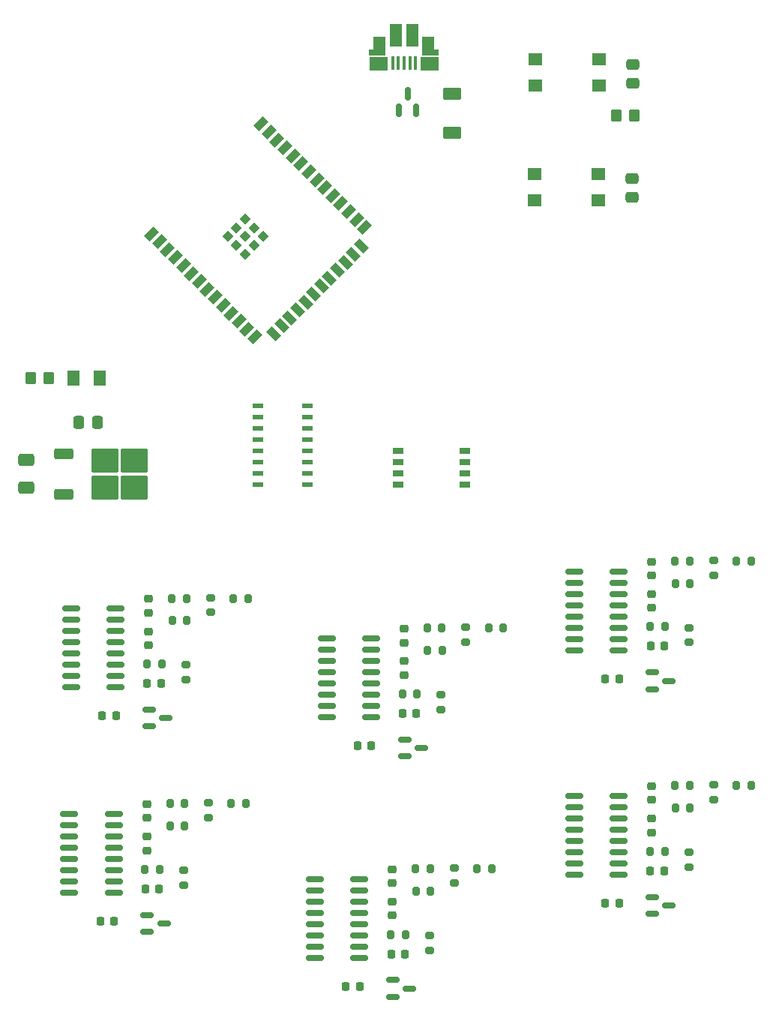
<source format=gbr>
%TF.GenerationSoftware,KiCad,Pcbnew,7.0.7*%
%TF.CreationDate,2024-02-25T10:58:23-08:00*%
%TF.ProjectId,Core-board 2,436f7265-2d62-46f6-9172-6420322e6b69,rev?*%
%TF.SameCoordinates,Original*%
%TF.FileFunction,Paste,Top*%
%TF.FilePolarity,Positive*%
%FSLAX46Y46*%
G04 Gerber Fmt 4.6, Leading zero omitted, Abs format (unit mm)*
G04 Created by KiCad (PCBNEW 7.0.7) date 2024-02-25 10:58:23*
%MOMM*%
%LPD*%
G01*
G04 APERTURE LIST*
G04 Aperture macros list*
%AMRoundRect*
0 Rectangle with rounded corners*
0 $1 Rounding radius*
0 $2 $3 $4 $5 $6 $7 $8 $9 X,Y pos of 4 corners*
0 Add a 4 corners polygon primitive as box body*
4,1,4,$2,$3,$4,$5,$6,$7,$8,$9,$2,$3,0*
0 Add four circle primitives for the rounded corners*
1,1,$1+$1,$2,$3*
1,1,$1+$1,$4,$5*
1,1,$1+$1,$6,$7*
1,1,$1+$1,$8,$9*
0 Add four rect primitives between the rounded corners*
20,1,$1+$1,$2,$3,$4,$5,0*
20,1,$1+$1,$4,$5,$6,$7,0*
20,1,$1+$1,$6,$7,$8,$9,0*
20,1,$1+$1,$8,$9,$2,$3,0*%
%AMRotRect*
0 Rectangle, with rotation*
0 The origin of the aperture is its center*
0 $1 length*
0 $2 width*
0 $3 Rotation angle, in degrees counterclockwise*
0 Add horizontal line*
21,1,$1,$2,0,0,$3*%
G04 Aperture macros list end*
%ADD10RoundRect,0.200000X0.275000X-0.200000X0.275000X0.200000X-0.275000X0.200000X-0.275000X-0.200000X0*%
%ADD11RoundRect,0.200000X0.200000X0.275000X-0.200000X0.275000X-0.200000X-0.275000X0.200000X-0.275000X0*%
%ADD12RoundRect,0.225000X0.250000X-0.225000X0.250000X0.225000X-0.250000X0.225000X-0.250000X-0.225000X0*%
%ADD13RoundRect,0.150000X-0.587500X-0.150000X0.587500X-0.150000X0.587500X0.150000X-0.587500X0.150000X0*%
%ADD14RoundRect,0.200000X-0.200000X-0.275000X0.200000X-0.275000X0.200000X0.275000X-0.200000X0.275000X0*%
%ADD15RoundRect,0.150000X0.150000X-0.587500X0.150000X0.587500X-0.150000X0.587500X-0.150000X-0.587500X0*%
%ADD16RoundRect,0.250000X0.475000X-0.337500X0.475000X0.337500X-0.475000X0.337500X-0.475000X-0.337500X0*%
%ADD17RoundRect,0.250001X0.462499X0.624999X-0.462499X0.624999X-0.462499X-0.624999X0.462499X-0.624999X0*%
%ADD18RoundRect,0.225000X0.225000X0.250000X-0.225000X0.250000X-0.225000X-0.250000X0.225000X-0.250000X0*%
%ADD19RoundRect,0.150000X0.850000X0.150000X-0.850000X0.150000X-0.850000X-0.150000X0.850000X-0.150000X0*%
%ADD20RotRect,0.900000X0.900000X45.000000*%
%ADD21RotRect,0.900000X0.900000X315.000000*%
%ADD22RotRect,1.500000X0.900000X45.000000*%
%ADD23RotRect,1.500000X0.900000X225.000000*%
%ADD24RotRect,1.500000X0.900000X315.000000*%
%ADD25RoundRect,0.250000X0.337500X0.475000X-0.337500X0.475000X-0.337500X-0.475000X0.337500X-0.475000X0*%
%ADD26RoundRect,0.250000X0.650000X-0.412500X0.650000X0.412500X-0.650000X0.412500X-0.650000X-0.412500X0*%
%ADD27R,0.400000X1.650000*%
%ADD28R,1.825000X0.700000*%
%ADD29R,2.000000X1.500000*%
%ADD30R,1.350000X2.000000*%
%ADD31R,1.430000X2.500000*%
%ADD32R,1.600000X1.400000*%
%ADD33RoundRect,0.049600X0.555400X0.260400X-0.555400X0.260400X-0.555400X-0.260400X0.555400X-0.260400X0*%
%ADD34RoundRect,0.250000X-0.850000X-0.350000X0.850000X-0.350000X0.850000X0.350000X-0.850000X0.350000X0*%
%ADD35RoundRect,0.250000X-1.275000X-1.125000X1.275000X-1.125000X1.275000X1.125000X-1.275000X1.125000X0*%
%ADD36RoundRect,0.250000X0.800000X-0.450000X0.800000X0.450000X-0.800000X0.450000X-0.800000X-0.450000X0*%
%ADD37RoundRect,0.250000X0.350000X0.450000X-0.350000X0.450000X-0.350000X-0.450000X0.350000X-0.450000X0*%
%ADD38RoundRect,0.250000X-0.350000X-0.450000X0.350000X-0.450000X0.350000X0.450000X-0.350000X0.450000X0*%
%ADD39R,1.200000X0.600000*%
G04 APERTURE END LIST*
D10*
%TO.C,R44*%
X133615000Y-127525000D03*
X133615000Y-125875000D03*
%TD*%
D11*
%TO.C,R47*%
X139132500Y-98795000D03*
X137482500Y-98795000D03*
%TD*%
D12*
%TO.C,C19*%
X126640000Y-127575000D03*
X126640000Y-126025000D03*
%TD*%
D13*
%TO.C,Q5*%
X156010000Y-103785000D03*
X156010000Y-105685000D03*
X157885000Y-104735000D03*
%TD*%
D10*
%TO.C,R38*%
X132132500Y-107965000D03*
X132132500Y-106315000D03*
%TD*%
D12*
%TO.C,C20*%
X126640000Y-131225000D03*
X126640000Y-129675000D03*
%TD*%
D13*
%TO.C,Q1*%
X155990000Y-129125000D03*
X155990000Y-131025000D03*
X157865000Y-130075000D03*
%TD*%
D14*
%TO.C,R27*%
X129265000Y-125950000D03*
X130915000Y-125950000D03*
%TD*%
%TO.C,R31*%
X158560000Y-91225000D03*
X160210000Y-91225000D03*
%TD*%
D13*
%TO.C,Q2*%
X99182500Y-107977000D03*
X99182500Y-109877000D03*
X101057500Y-108927000D03*
%TD*%
D11*
%TO.C,R39*%
X167115000Y-116570000D03*
X165465000Y-116570000D03*
%TD*%
D14*
%TO.C,R24*%
X101525000Y-121090000D03*
X103175000Y-121090000D03*
%TD*%
D12*
%TO.C,C27*%
X127932500Y-100415000D03*
X127932500Y-98865000D03*
%TD*%
D11*
%TO.C,R37*%
X129407500Y-106190000D03*
X127757500Y-106190000D03*
%TD*%
D15*
%TO.C,D1*%
X127400000Y-40375000D03*
X129300000Y-40375000D03*
X128350000Y-38500000D03*
%TD*%
D14*
%TO.C,R23*%
X101500000Y-118590000D03*
X103150000Y-118590000D03*
%TD*%
D16*
%TO.C,C9*%
X153700000Y-50137500D03*
X153700000Y-48062500D03*
%TD*%
D17*
%TO.C,D3*%
X93600000Y-70600000D03*
X90625000Y-70600000D03*
%TD*%
D18*
%TO.C,C14*%
X95175000Y-131850000D03*
X93625000Y-131850000D03*
%TD*%
D10*
%TO.C,R42*%
X105850000Y-120165000D03*
X105850000Y-118515000D03*
%TD*%
D19*
%TO.C,U4*%
X95150000Y-128635000D03*
X95150000Y-127365000D03*
X95150000Y-126095000D03*
X95150000Y-124825000D03*
X95150000Y-123555000D03*
X95150000Y-122285000D03*
X95150000Y-121015000D03*
X95150000Y-119745000D03*
X90150000Y-119745000D03*
X90150000Y-121015000D03*
X90150000Y-122285000D03*
X90150000Y-123555000D03*
X90150000Y-124825000D03*
X90150000Y-126095000D03*
X90150000Y-127365000D03*
X90150000Y-128635000D03*
%TD*%
D14*
%TO.C,R35*%
X130557500Y-98790000D03*
X132207500Y-98790000D03*
%TD*%
D20*
%TO.C,U10*%
X108040203Y-54600000D03*
D21*
X109030152Y-55589949D03*
D20*
X110020102Y-56579899D03*
D21*
X109030152Y-53610050D03*
X110020102Y-54600000D03*
X111010051Y-55589949D03*
X110020102Y-52620101D03*
X111010051Y-53610050D03*
X112000000Y-54600000D03*
D22*
X99434713Y-54267660D03*
X100332739Y-55165685D03*
X101230764Y-56063711D03*
X102128790Y-56961737D03*
X103026815Y-57859762D03*
X103924841Y-58757788D03*
X104822867Y-59655813D03*
X105720892Y-60553839D03*
X106618918Y-61451865D03*
X107516944Y-62349890D03*
X108414969Y-63247916D03*
X109312995Y-64145941D03*
X110211020Y-65043967D03*
D23*
X111109046Y-65941993D03*
D24*
X113240973Y-65577833D03*
X114138999Y-64679807D03*
X115037024Y-63781781D03*
X115935050Y-62883756D03*
X116833075Y-61985730D03*
X117731101Y-61087705D03*
X118629127Y-60189679D03*
X119527152Y-59291653D03*
X120425178Y-58393628D03*
X121323203Y-57495602D03*
X122221229Y-56597577D03*
X123119255Y-55699551D03*
D22*
X123483415Y-53567624D03*
X122585389Y-52669598D03*
X121687363Y-51771573D03*
X120789338Y-50873547D03*
X119891312Y-49975522D03*
X118993287Y-49077496D03*
X118095261Y-48179470D03*
X117197235Y-47281445D03*
X116299210Y-46383419D03*
X115401184Y-45485393D03*
X114503159Y-44587368D03*
X113605133Y-43689342D03*
X112707107Y-42791317D03*
X111809082Y-41893291D03*
%TD*%
D12*
%TO.C,C4*%
X155915000Y-121840000D03*
X155915000Y-120290000D03*
%TD*%
D18*
%TO.C,C5*%
X100507500Y-105017000D03*
X98957500Y-105017000D03*
%TD*%
%TO.C,C25*%
X129332500Y-108390000D03*
X127782500Y-108390000D03*
%TD*%
%TO.C,C22*%
X152235000Y-104485000D03*
X150685000Y-104485000D03*
%TD*%
%TO.C,C6*%
X95407500Y-108677000D03*
X93857500Y-108677000D03*
%TD*%
D25*
%TO.C,C12*%
X93287500Y-75600000D03*
X91212500Y-75600000D03*
%TD*%
D18*
%TO.C,C17*%
X128040000Y-135550000D03*
X126490000Y-135550000D03*
%TD*%
D12*
%TO.C,C23*%
X155935000Y-92850000D03*
X155935000Y-91300000D03*
%TD*%
D26*
%TO.C,C11*%
X85300000Y-82912500D03*
X85300000Y-79787500D03*
%TD*%
D14*
%TO.C,R28*%
X129290000Y-128450000D03*
X130940000Y-128450000D03*
%TD*%
D18*
%TO.C,C21*%
X157335000Y-100825000D03*
X155785000Y-100825000D03*
%TD*%
D16*
%TO.C,C10*%
X153800000Y-37250000D03*
X153800000Y-35175000D03*
%TD*%
D11*
%TO.C,R1*%
X110307500Y-95422000D03*
X108657500Y-95422000D03*
%TD*%
%TO.C,R33*%
X157410000Y-98625000D03*
X155760000Y-98625000D03*
%TD*%
D27*
%TO.C,J3*%
X129250000Y-35000000D03*
X128600000Y-35000000D03*
X127950000Y-35000000D03*
X127300000Y-35000000D03*
X126650000Y-35000000D03*
D28*
X130900000Y-33800000D03*
D29*
X130800000Y-35100000D03*
D30*
X130680000Y-33050000D03*
D31*
X128910000Y-31850000D03*
X126990000Y-31850000D03*
D30*
X125200000Y-33050000D03*
D29*
X125050000Y-35120000D03*
D28*
X124950000Y-33800000D03*
%TD*%
D10*
%TO.C,R30*%
X130840000Y-135125000D03*
X130840000Y-133475000D03*
%TD*%
D12*
%TO.C,C15*%
X98875000Y-120215000D03*
X98875000Y-118665000D03*
%TD*%
%TO.C,C28*%
X127932500Y-104065000D03*
X127932500Y-102515000D03*
%TD*%
D18*
%TO.C,C26*%
X124232500Y-112050000D03*
X122682500Y-112050000D03*
%TD*%
D10*
%TO.C,R16*%
X160115000Y-125740000D03*
X160115000Y-124090000D03*
%TD*%
D11*
%TO.C,R25*%
X100350000Y-125990000D03*
X98700000Y-125990000D03*
%TD*%
D18*
%TO.C,C2*%
X152215000Y-129825000D03*
X150665000Y-129825000D03*
%TD*%
D13*
%TO.C,Q3*%
X98950000Y-131150000D03*
X98950000Y-133050000D03*
X100825000Y-132100000D03*
%TD*%
D19*
%TO.C,U5*%
X122915000Y-135995000D03*
X122915000Y-134725000D03*
X122915000Y-133455000D03*
X122915000Y-132185000D03*
X122915000Y-130915000D03*
X122915000Y-129645000D03*
X122915000Y-128375000D03*
X122915000Y-127105000D03*
X117915000Y-127105000D03*
X117915000Y-128375000D03*
X117915000Y-129645000D03*
X117915000Y-130915000D03*
X117915000Y-132185000D03*
X117915000Y-133455000D03*
X117915000Y-134725000D03*
X117915000Y-135995000D03*
%TD*%
D11*
%TO.C,R15*%
X157390000Y-123965000D03*
X155740000Y-123965000D03*
%TD*%
D14*
%TO.C,R36*%
X130582500Y-101290000D03*
X132232500Y-101290000D03*
%TD*%
D19*
%TO.C,U2*%
X124207500Y-108835000D03*
X124207500Y-107565000D03*
X124207500Y-106295000D03*
X124207500Y-105025000D03*
X124207500Y-103755000D03*
X124207500Y-102485000D03*
X124207500Y-101215000D03*
X124207500Y-99945000D03*
X119207500Y-99945000D03*
X119207500Y-101215000D03*
X119207500Y-102485000D03*
X119207500Y-103755000D03*
X119207500Y-105025000D03*
X119207500Y-106295000D03*
X119207500Y-107565000D03*
X119207500Y-108835000D03*
%TD*%
D18*
%TO.C,C18*%
X122940000Y-139210000D03*
X121390000Y-139210000D03*
%TD*%
D11*
%TO.C,R29*%
X128115000Y-133350000D03*
X126465000Y-133350000D03*
%TD*%
D14*
%TO.C,R13*%
X158540000Y-116565000D03*
X160190000Y-116565000D03*
%TD*%
D32*
%TO.C,SW1*%
X142700000Y-47500000D03*
X149900000Y-47500000D03*
X142700000Y-50500000D03*
X149900000Y-50500000D03*
%TD*%
D14*
%TO.C,R32*%
X158585000Y-93725000D03*
X160235000Y-93725000D03*
%TD*%
D10*
%TO.C,R20*%
X103307500Y-104592000D03*
X103307500Y-102942000D03*
%TD*%
%TO.C,R34*%
X160135000Y-100400000D03*
X160135000Y-98750000D03*
%TD*%
D12*
%TO.C,C7*%
X99107500Y-97042000D03*
X99107500Y-95492000D03*
%TD*%
D10*
%TO.C,R26*%
X103075000Y-127765000D03*
X103075000Y-126115000D03*
%TD*%
D33*
%TO.C,U7*%
X134790000Y-82615000D03*
X134790000Y-81345000D03*
X134790000Y-80075000D03*
X134790000Y-78805000D03*
X127300000Y-78805000D03*
X127300000Y-80075000D03*
X127300000Y-81345000D03*
X127300000Y-82615000D03*
%TD*%
D14*
%TO.C,R18*%
X101757500Y-97917000D03*
X103407500Y-97917000D03*
%TD*%
D11*
%TO.C,R41*%
X110075000Y-118595000D03*
X108425000Y-118595000D03*
%TD*%
D13*
%TO.C,Q6*%
X128007500Y-111350000D03*
X128007500Y-113250000D03*
X129882500Y-112300000D03*
%TD*%
D10*
%TO.C,R46*%
X162910000Y-92800000D03*
X162910000Y-91150000D03*
%TD*%
D34*
%TO.C,U9*%
X89525000Y-79145000D03*
D35*
X94150000Y-79900000D03*
X94150000Y-82950000D03*
X97500000Y-79900000D03*
X97500000Y-82950000D03*
D34*
X89525000Y-83705000D03*
%TD*%
D13*
%TO.C,Q4*%
X126715000Y-138510000D03*
X126715000Y-140410000D03*
X128590000Y-139460000D03*
%TD*%
D11*
%TO.C,R45*%
X167135000Y-91230000D03*
X165485000Y-91230000D03*
%TD*%
%TO.C,R19*%
X100582500Y-102817000D03*
X98932500Y-102817000D03*
%TD*%
D14*
%TO.C,R14*%
X158565000Y-119065000D03*
X160215000Y-119065000D03*
%TD*%
D19*
%TO.C,U3*%
X152210000Y-101270000D03*
X152210000Y-100000000D03*
X152210000Y-98730000D03*
X152210000Y-97460000D03*
X152210000Y-96190000D03*
X152210000Y-94920000D03*
X152210000Y-93650000D03*
X152210000Y-92380000D03*
X147210000Y-92380000D03*
X147210000Y-93650000D03*
X147210000Y-94920000D03*
X147210000Y-96190000D03*
X147210000Y-97460000D03*
X147210000Y-98730000D03*
X147210000Y-100000000D03*
X147210000Y-101270000D03*
%TD*%
D36*
%TO.C,D2*%
X133350000Y-42850000D03*
X133350000Y-38450000D03*
%TD*%
D10*
%TO.C,R4*%
X106082500Y-96992000D03*
X106082500Y-95342000D03*
%TD*%
D19*
%TO.C,U6*%
X152190000Y-126610000D03*
X152190000Y-125340000D03*
X152190000Y-124070000D03*
X152190000Y-122800000D03*
X152190000Y-121530000D03*
X152190000Y-120260000D03*
X152190000Y-118990000D03*
X152190000Y-117720000D03*
X147190000Y-117720000D03*
X147190000Y-118990000D03*
X147190000Y-120260000D03*
X147190000Y-121530000D03*
X147190000Y-122800000D03*
X147190000Y-124070000D03*
X147190000Y-125340000D03*
X147190000Y-126610000D03*
%TD*%
D10*
%TO.C,R48*%
X134907500Y-100365000D03*
X134907500Y-98715000D03*
%TD*%
D12*
%TO.C,C3*%
X155915000Y-118190000D03*
X155915000Y-116640000D03*
%TD*%
D14*
%TO.C,R17*%
X101732500Y-95417000D03*
X103382500Y-95417000D03*
%TD*%
D12*
%TO.C,C24*%
X155935000Y-96500000D03*
X155935000Y-94950000D03*
%TD*%
D37*
%TO.C,R22*%
X87812500Y-70550000D03*
X85812500Y-70550000D03*
%TD*%
D12*
%TO.C,C16*%
X98875000Y-123865000D03*
X98875000Y-122315000D03*
%TD*%
D18*
%TO.C,C1*%
X157315000Y-126165000D03*
X155765000Y-126165000D03*
%TD*%
D38*
%TO.C,R21*%
X151950000Y-40950000D03*
X153950000Y-40950000D03*
%TD*%
D12*
%TO.C,C8*%
X99107500Y-100692000D03*
X99107500Y-99142000D03*
%TD*%
D19*
%TO.C,U1*%
X95382500Y-105462000D03*
X95382500Y-104192000D03*
X95382500Y-102922000D03*
X95382500Y-101652000D03*
X95382500Y-100382000D03*
X95382500Y-99112000D03*
X95382500Y-97842000D03*
X95382500Y-96572000D03*
X90382500Y-96572000D03*
X90382500Y-97842000D03*
X90382500Y-99112000D03*
X90382500Y-100382000D03*
X90382500Y-101652000D03*
X90382500Y-102922000D03*
X90382500Y-104192000D03*
X90382500Y-105462000D03*
%TD*%
D18*
%TO.C,C13*%
X100275000Y-128190000D03*
X98725000Y-128190000D03*
%TD*%
D39*
%TO.C,U8*%
X117050000Y-82585000D03*
X117050000Y-81315000D03*
X117050000Y-80045000D03*
X117050000Y-78775000D03*
X117050000Y-77505000D03*
X117050000Y-76235000D03*
X117050000Y-74965000D03*
X117050000Y-73695000D03*
X111450000Y-73695000D03*
X111450000Y-74965000D03*
X111450000Y-76235000D03*
X111450000Y-77505000D03*
X111450000Y-78775000D03*
X111450000Y-80045000D03*
X111450000Y-81315000D03*
X111450000Y-82585000D03*
%TD*%
D32*
%TO.C,SW2*%
X142800000Y-34550000D03*
X150000000Y-34550000D03*
X142800000Y-37550000D03*
X150000000Y-37550000D03*
%TD*%
D10*
%TO.C,R40*%
X162890000Y-118140000D03*
X162890000Y-116490000D03*
%TD*%
D11*
%TO.C,R43*%
X137840000Y-125955000D03*
X136190000Y-125955000D03*
%TD*%
M02*

</source>
